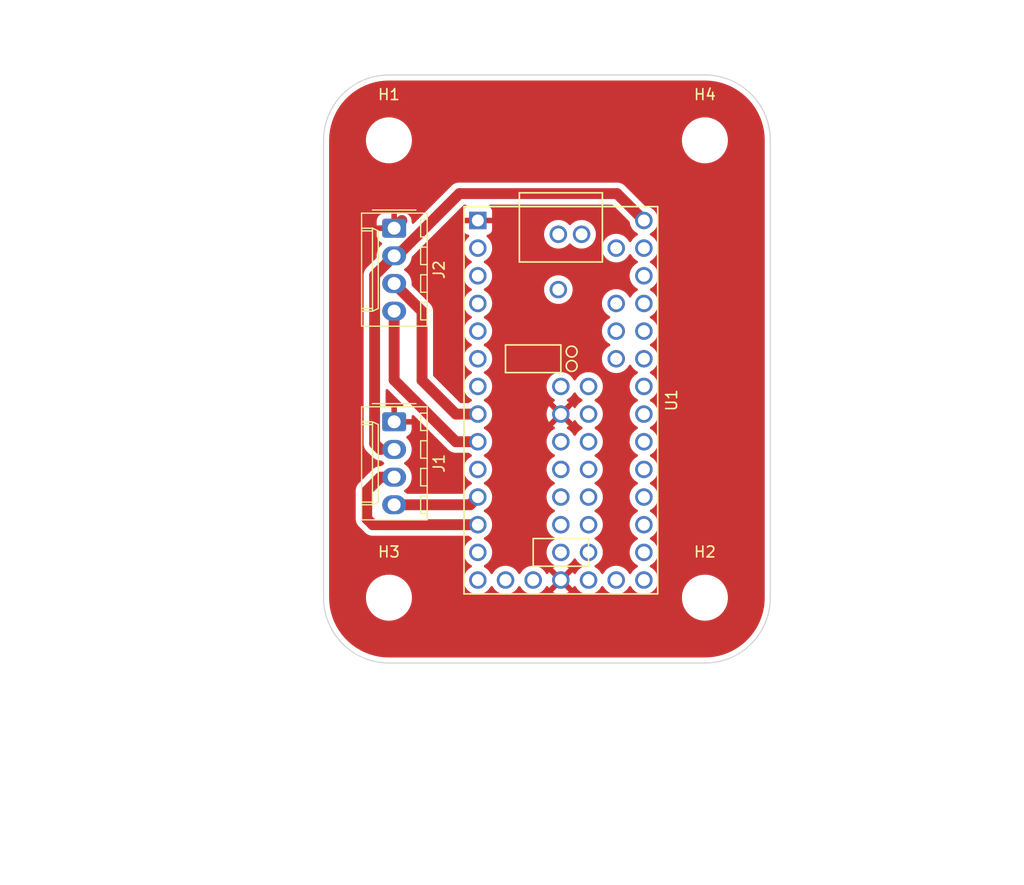
<source format=kicad_pcb>
(kicad_pcb (version 20211014) (generator pcbnew)
  (layers (0 "F.Cu" signal) (31 "B.Cu" signal) (34 "B.Paste" user) (35 "F.Paste" user) (36 "B.SilkS" user "B.Silkscreen") (37 "F.SilkS" user "F.Silkscreen") (38 "B.Mask" user) (39 "F.Mask" user) (44 "Edge.Cuts" user))
  (net 0 "")
  (net 1 "GND")
  (net 2 "+5VP")
  (net 3 "TX2")
  (net 4 "RX2")
  (net 5 "LIDAR_PWM")
  (net 6 "RX3")
  (footprint "MountingHole:MountingHole_3.2mm_M3" (layer "F.Cu") (at 63 44)
    (fp_text reference "H1" (at 0 -4.2) (layer "F.SilkS"))
    (fp_text value "MountingHole")
    (pad "" np_thru_hole circle (at 0 0) (size 3.2 3.2) (drill 3.2) (layers *.Cu *.Mask))
  )
  (footprint "MountingHole:MountingHole_3.2mm_M3" (layer "F.Cu") (at 92 86)
    (fp_text reference "H2" (at 0 -4.2) (layer "F.SilkS"))
    (fp_text value "MountingHole")
    (pad "" np_thru_hole circle (at 0 0) (size 3.2 3.2) (drill 3.2) (layers *.Cu *.Mask))
  )
  (footprint "teensy:Teensy30_31_32_All_Pins" (layer "F.Cu") (at 78.78 67.87 -90)
    (fp_text reference "U1" (at 0 -10.16 -90) (layer "F.SilkS"))
    (fp_text value "Teensy3.2")
    (fp_line (start -5.08 0) (end -2.54 0) (layer "F.SilkS") (width 0.15))
    (fp_line (start -12.7 3.81) (end -12.7 -3.81) (layer "F.SilkS") (width 0.15))
    (fp_line (start 15.24 -2.54) (end 15.24 2.54) (layer "F.SilkS") (width 0.15))
    (fp_line (start -5.08 5.08) (end -5.08 0) (layer "F.SilkS") (width 0.15))
    (fp_line (start -2.54 0) (end -2.54 5.08) (layer "F.SilkS") (width 0.15))
    (fp_line (start 17.78 -8.89) (end 17.78 8.89) (layer "F.SilkS") (width 0.15))
    (fp_line (start 12.7 -2.54) (end 15.24 -2.54) (layer "F.SilkS") (width 0.15))
    (fp_line (start -2.54 5.08) (end -5.08 5.08) (layer "F.SilkS") (width 0.15))
    (fp_line (start -12.7 -3.81) (end -17.78 -3.81) (layer "F.SilkS") (width 0.15))
    (fp_line (start 15.24 2.54) (end 12.7 2.54) (layer "F.SilkS") (width 0.15))
    (fp_line (start -19.05 -3.81) (end -17.78 -3.81) (layer "F.SilkS") (width 0.15))
    (fp_line (start 17.78 8.89) (end -17.78 8.89) (layer "F.SilkS") (width 0.15))
    (fp_line (start -19.05 3.81) (end -19.05 -3.81) (layer "F.SilkS") (width 0.15))
    (fp_line (start -17.78 3.81) (end -19.05 3.81) (layer "F.SilkS") (width 0.15))
    (fp_line (start 12.7 2.54) (end 12.7 -2.54) (layer "F.SilkS") (width 0.15))
    (fp_line (start -17.78 -8.89) (end 17.78 -8.89) (layer "F.SilkS") (width 0.15))
    (fp_line (start -17.78 8.89) (end -17.78 -8.89) (layer "F.SilkS") (width 0.15))
    (fp_line (start -12.7 3.81) (end -17.78 3.81) (layer "F.SilkS") (width 0.15))
    (fp_circle (center -3.15 -0.99) (end -2.65 -0.99) (layer "F.SilkS") (width 0.15) (fill none))
    (fp_circle (center -4.47 -0.99) (end -3.97 -0.99) (layer "F.SilkS") (width 0.15) (fill none))
    (pad "1" thru_hole rect locked (at -16.51 7.62 270) (size 1.6 1.6) (drill 1.1) (layers *.Cu *.Mask) (net 1 "GND"))
    (pad "2" thru_hole circle locked (at -13.97 7.62 270) (size 1.6 1.6) (drill 1.1) (layers *.Cu *.Mask))
    (pad "3" thru_hole circle locked (at -11.43 7.62 270) (size 1.6 1.6) (drill 1.1) (layers *.Cu *.Mask))
    (pad "4" thru_hole circle locked (at -8.89 7.62 270) (size 1.6 1.6) (drill 1.1) (layers *.Cu *.Mask))
    (pad "5" thru_hole circle locked (at -6.35 7.62 270) (size 1.6 1.6) (drill 1.1) (layers *.Cu *.Mask))
    (pad "6" thru_hole circle locked (at -3.81 7.62 270) (size 1.6 1.6) (drill 1.1) (layers *.Cu *.Mask))
    (pad "7" thru_hole circle locked (at -1.27 7.62 270) (size 1.6 1.6) (drill 1.1) (layers *.Cu *.Mask))
    (pad "8" thru_hole circle locked (at 1.27 7.62 270) (size 1.6 1.6) (drill 1.1) (layers *.Cu *.Mask) (net 5 "LIDAR_PWM"))
    (pad "9" thru_hole circle locked (at 3.81 7.62 270) (size 1.6 1.6) (drill 1.1) (layers *.Cu *.Mask) (net 6 "RX3"))
    (pad "10" thru_hole circle locked (at 6.35 7.62 270) (size 1.6 1.6) (drill 1.1) (layers *.Cu *.Mask))
    (pad "11" thru_hole circle locked (at 8.89 7.62 270) (size 1.6 1.6) (drill 1.1) (layers *.Cu *.Mask) (net 4 "RX2"))
    (pad "12" thru_hole circle locked (at 11.43 7.62 270) (size 1.6 1.6) (drill 1.1) (layers *.Cu *.Mask) (net 3 "TX2"))
    (pad "13" thru_hole circle locked (at 13.97 7.62 270) (size 1.6 1.6) (drill 1.1) (layers *.Cu *.Mask))
    (pad "14" thru_hole circle locked (at 16.51 7.62 270) (size 1.6 1.6) (drill 1.1) (layers *.Cu *.Mask))
    (pad "15" thru_hole circle locked (at 16.51 5.08 270) (size 1.6 1.6) (drill 1.1) (layers *.Cu *.Mask))
    (pad "16" thru_hole circle locked (at 16.51 2.54 270) (size 1.6 1.6) (drill 1.1) (layers *.Cu *.Mask))
    (pad "17" thru_hole circle locked (at 16.51 0 270) (size 1.6 1.6) (drill 1.1) (layers *.Cu *.Mask) (net 1 "GND"))
    (pad "18" thru_hole circle locked (at 16.51 -2.54 270) (size 1.6 1.6) (drill 1.1) (layers *.Cu *.Mask))
    (pad "19" thru_hole circle locked (at 16.51 -5.08 270) (size 1.6 1.6) (drill 1.1) (layers *.Cu *.Mask))
    (pad "20" thru_hole circle locked (at 16.51 -7.62 270) (size 1.6 1.6) (drill 1.1) (layers *.Cu *.Mask))
    (pad "21" thru_hole circle locked (at 13.97 -7.62 270) (size 1.6 1.6) (drill 1.1) (layers *.Cu *.Mask))
    (pad "22" thru_hole circle locked (at 11.43 -7.62 270) (size 1.6 1.6) (drill 1.1) (layers *.Cu *.Mask))
    (pad "23" thru_hole circle locked (at 8.89 -7.62 270) (size 1.6 1.6) (drill 1.1) (layers *.Cu *.Mask))
    (pad "24" thru_hole circle locked (at 6.35 -7.62 270) (size 1.6 1.6) (drill 1.1) (layers *.Cu *.Mask))
    (pad "25" thru_hole circle locked (at 3.81 -7.62 270) (size 1.6 1.6) (drill 1.1) (layers *.Cu *.Mask))
    (pad "26" thru_hole circle locked (at 1.27 -7.62 270) (size 1.6 1.6) (drill 1.1) (layers *.Cu *.Mask))
    (pad "27" thru_hole circle locked (at -1.27 -7.62 270) (size 1.6 1.6) (drill 1.1) (layers *.Cu *.Mask))
    (pad "28" thru_hole circle locked (at -3.81 -7.62 270) (size 1.6 1.6) (drill 1.1) (layers *.Cu *.Mask))
    (pad "29" thru_hole circle locked (at -6.35 -7.62 270) (size 1.6 1.6) (drill 1.1) (layers *.Cu *.Mask))
    (pad "30" thru_hole circle locked (at -8.89 -7.62 270) (size 1.6 1.6) (drill 1.1) (layers *.Cu *.Mask))
    (pad "31" thru_hole circle locked (at -11.43 -7.62 270) (size 1.6 1.6) (drill 1.1) (layers *.Cu *.Mask))
    (pad "32" thru_hole circle locked (at -13.97 -7.62 270) (size 1.6 1.6) (drill 1.1) (layers *.Cu *.Mask))
    (pad "33" thru_hole circle locked (at -16.51 -7.62 270) (size 1.6 1.6) (drill 1.1) (layers *.Cu *.Mask) (net 2 "+5VP"))
    (pad "34" thru_hole circle locked (at -13.97 -5.08 270) (size 1.6 1.6) (drill 1.1) (layers *.Cu *.Mask))
    (pad "35" thru_hole circle locked (at -8.89 -5.08 270) (size 1.6 1.6) (drill 1.1) (layers *.Cu *.Mask))
    (pad "36" thru_hole circle locked (at -6.35 -5.08 270) (size 1.6 1.6) (drill 1.1) (layers *.Cu *.Mask))
    (pad "37" thru_hole circle locked (at -3.81 -5.08 270) (size 1.6 1.6) (drill 1.1) (layers *.Cu *.Mask))
    (pad "38" thru_hole circle locked (at -10.16 0.23 270) (size 1.6 1.6) (drill 1.1) (layers *.Cu *.Mask))
    (pad "39" thru_hole circle locked (at -15.24 0.23 270) (size 1.6 1.6) (drill 1.1) (layers *.Cu *.Mask))
    (pad "40" thru_hole circle locked (at -15.24 -1.9 270) (size 1.6 1.6) (drill 1.1) (layers *.Cu *.Mask))
    (pad "41" thru_hole circle locked (at -1.27 -2.54 270) (size 1.6 1.6) (drill 1.1) (layers *.Cu *.Mask))
    (pad "42" thru_hole circle locked (at 1.27 -2.54 270) (size 1.6 1.6) (drill 1.1) (layers *.Cu *.Mask))
    (pad "43" thru_hole circle locked (at 3.81 -2.54 270) (size 1.6 1.6) (drill 1.1) (layers *.Cu *.Mask))
    (pad "44" thru_hole circle locked (at 6.35 -2.54) (size 1.6 1.6) (drill 1.1) (layers *.Cu *.Mask))
    (pad "45" thru_hole circle locked (at 8.89 -2.54 270) (size 1.6 1.6) (drill 1.1) (layers *.Cu *.Mask))
    (pad "46" thru_hole circle locked (at 11.43 -2.54 270) (size 1.6 1.6) (drill 1.1) (layers *.Cu *.Mask))
    (pad "47" thru_hole circle locked (at 13.97 -2.54 270) (size 1.6 1.6) (drill 1.1) (layers *.Cu *.Mask))
    (pad "48" thru_hole circle locked (at 13.97 0 270) (size 1.6 1.6) (drill 1.1) (layers *.Cu *.Mask))
    (pad "49" thru_hole circle locked (at 11.43 0 270) (size 1.6 1.6) (drill 1.1) (layers *.Cu *.Mask))
    (pad "50" thru_hole circle locked (at 8.89 0 270) (size 1.6 1.6) (drill 1.1) (layers *.Cu *.Mask))
    (pad "51" thru_hole circle locked (at 6.35 0 270) (size 1.6 1.6) (drill 1.1) (layers *.Cu *.Mask))
    (pad "52" thru_hole circle locked (at 3.81 0 270) (size 1.6 1.6) (drill 1.1) (layers *.Cu *.Mask))
    (pad "53" thru_hole circle locked (at 1.27 0 270) (size 1.6 1.6) (drill 1.1) (layers *.Cu *.Mask) (net 1 "GND"))
    (pad "54" thru_hole circle locked (at -1.27 0 270) (size 1.6 1.6) (drill 1.1) (layers *.Cu *.Mask))
  )
  (footprint "MountingHole:MountingHole_3.2mm_M3" (layer "F.Cu") (at 63 86)
    (fp_text reference "H3" (at 0 -4.2) (layer "F.SilkS"))
    (fp_text value "MountingHole")
    (pad "" np_thru_hole circle (at 0 0) (size 3.2 3.2) (drill 3.2) (layers *.Cu *.Mask))
  )
  (footprint "MountingHole:MountingHole_3.2mm_M3" (layer "F.Cu") (at 92 44)
    (fp_text reference "H4" (at 0 -4.2) (layer "F.SilkS"))
    (fp_text value "MountingHole")
    (pad "" np_thru_hole circle (at 0 0) (size 3.2 3.2) (drill 3.2) (layers *.Cu *.Mask))
  )
  (footprint "Connector_Molex:Molex_KK-254_AE-6410-04A_1x04_P2.54mm_Vertical" (layer "F.Cu") (at 63.48 69.85 -90)
    (fp_text reference "J1" (at 3.81 -4.12 90) (layer "F.SilkS"))
    (fp_text value "Serial_Strategy")
    (fp_line (start -1.67 -2) (end -1.67 2) (layer "F.SilkS") (width 0.12))
    (fp_line (start -1.38 2.99) (end 9 2.99) (layer "F.SilkS") (width 0.12))
    (fp_line (start 0.8 -2.43) (end 0.8 -3.03) (layer "F.SilkS") (width 0.12))
    (fp_line (start 0 1.99) (end 0.25 1.46) (layer "F.SilkS") (width 0.12))
    (fp_line (start 8.42 -2.43) (end 8.42 -3.03) (layer "F.SilkS") (width 0.12))
    (fp_line (start 0 2.99) (end 0 1.99) (layer "F.SilkS") (width 0.12))
    (fp_line (start 0.25 2.99) (end 0.25 1.99) (layer "F.SilkS") (width 0.12))
    (fp_line (start 6.82 -2.43) (end 8.42 -2.43) (layer "F.SilkS") (width 0.12))
    (fp_line (start -0.8 -3.03) (end -0.8 -2.43) (layer "F.SilkS") (width 0.12))
    (fp_line (start -1.38 -3.03) (end -1.38 2.99) (layer "F.SilkS") (width 0.12))
    (fp_line (start 4.28 -3.03) (end 4.28 -2.43) (layer "F.SilkS") (width 0.12))
    (fp_line (start 1.74 -3.03) (end 1.74 -2.43) (layer "F.SilkS") (width 0.12))
    (fp_line (start 1.74 -2.43) (end 3.34 -2.43) (layer "F.SilkS") (width 0.12))
    (fp_line (start 9 2.99) (end 9 -3.03) (layer "F.SilkS") (width 0.12))
    (fp_line (start 7.62 1.99) (end 7.62 2.99) (layer "F.SilkS") (width 0.12))
    (fp_line (start -0.8 -2.43) (end 0.8 -2.43) (layer "F.SilkS") (width 0.12))
    (fp_line (start 5.88 -2.43) (end 5.88 -3.03) (layer "F.SilkS") (width 0.12))
    (fp_line (start 9 -3.03) (end -1.38 -3.03) (layer "F.SilkS") (width 0.12))
    (fp_line (start 0.25 1.46) (end 7.37 1.46) (layer "F.SilkS") (width 0.12))
    (fp_line (start 3.34 -2.43) (end 3.34 -3.03) (layer "F.SilkS") (width 0.12))
    (fp_line (start 6.82 -3.03) (end 6.82 -2.43) (layer "F.SilkS") (width 0.12))
    (fp_line (start 7.37 2.99) (end 7.37 1.99) (layer "F.SilkS") (width 0.12))
    (fp_line (start 0 1.99) (end 7.62 1.99) (layer "F.SilkS") (width 0.12))
    (fp_line (start 4.28 -2.43) (end 5.88 -2.43) (layer "F.SilkS") (width 0.12))
    (fp_line (start 7.37 1.46) (end 7.62 1.99) (layer "F.SilkS") (width 0.12))
    (pad "1" thru_hole roundrect (at 0 0 270) (size 1.74 2.19) (drill 1.19) (layers *.Cu *.Mask) (roundrect_rratio 0.143678) (net 1 "GND"))
    (pad "2" thru_hole oval (at 2.54 0 270) (size 1.74 2.19) (drill 1.19) (layers *.Cu *.Mask) (net 2 "+5VP"))
    (pad "3" thru_hole oval (at 5.08 0 270) (size 1.74 2.19) (drill 1.19) (layers *.Cu *.Mask) (net 3 "TX2"))
    (pad "4" thru_hole oval (at 7.62 0 270) (size 1.74 2.19) (drill 1.19) (layers *.Cu *.Mask) (net 4 "RX2"))
  )
  (footprint "Connector_Molex:Molex_KK-254_AE-6410-04A_1x04_P2.54mm_Vertical" (layer "F.Cu") (at 63.48 52.07 -90)
    (fp_text reference "J2" (at 3.81 -4.12 90) (layer "F.SilkS"))
    (fp_text value "Serial_Lidar")
    (fp_line (start 0 1.99) (end 7.62 1.99) (layer "F.SilkS") (width 0.12))
    (fp_line (start 4.28 -2.43) (end 5.88 -2.43) (layer "F.SilkS") (width 0.12))
    (fp_line (start 4.28 -3.03) (end 4.28 -2.43) (layer "F.SilkS") (width 0.12))
    (fp_line (start 9 2.99) (end 9 -3.03) (layer "F.SilkS") (width 0.12))
    (fp_line (start 7.62 1.99) (end 7.62 2.99) (layer "F.SilkS") (width 0.12))
    (fp_line (start 8.42 -2.43) (end 8.42 -3.03) (layer "F.SilkS") (width 0.12))
    (fp_line (start 3.34 -2.43) (end 3.34 -3.03) (layer "F.SilkS") (width 0.12))
    (fp_line (start -1.38 -3.03) (end -1.38 2.99) (layer "F.SilkS") (width 0.12))
    (fp_line (start 6.82 -3.03) (end 6.82 -2.43) (layer "F.SilkS") (width 0.12))
    (fp_line (start 1.74 -2.43) (end 3.34 -2.43) (layer "F.SilkS") (width 0.12))
    (fp_line (start 0.25 1.46) (end 7.37 1.46) (layer "F.SilkS") (width 0.12))
    (fp_line (start 0.8 -2.43) (end 0.8 -3.03) (layer "F.SilkS") (width 0.12))
    (fp_line (start 0 1.99) (end 0.25 1.46) (layer "F.SilkS") (width 0.12))
    (fp_line (start 5.88 -2.43) (end 5.88 -3.03) (layer "F.SilkS") (width 0.12))
    (fp_line (start 7.37 1.46) (end 7.62 1.99) (layer "F.SilkS") (width 0.12))
    (fp_line (start 0.25 2.99) (end 0.25 1.99) (layer "F.SilkS") (width 0.12))
    (fp_line (start 6.82 -2.43) (end 8.42 -2.43) (layer "F.SilkS") (width 0.12))
    (fp_line (start -0.8 -3.03) (end -0.8 -2.43) (layer "F.SilkS") (width 0.12))
    (fp_line (start 0 2.99) (end 0 1.99) (layer "F.SilkS") (width 0.12))
    (fp_line (start -1.67 -2) (end -1.67 2) (layer "F.SilkS") (width 0.12))
    (fp_line (start 1.74 -3.03) (end 1.74 -2.43) (layer "F.SilkS") (width 0.12))
    (fp_line (start -0.8 -2.43) (end 0.8 -2.43) (layer "F.SilkS") (width 0.12))
    (fp_line (start 7.37 2.99) (end 7.37 1.99) (layer "F.SilkS") (width 0.12))
    (fp_line (start -1.38 2.99) (end 9 2.99) (layer "F.SilkS") (width 0.12))
    (fp_line (start 9 -3.03) (end -1.38 -3.03) (layer "F.SilkS") (width 0.12))
    (pad "1" thru_hole roundrect (at 0 0 270) (size 1.74 2.19) (drill 1.19) (layers *.Cu *.Mask) (roundrect_rratio 0.143678) (net 1 "GND"))
    (pad "2" thru_hole oval (at 2.54 0 270) (size 1.74 2.19) (drill 1.19) (layers *.Cu *.Mask) (net 2 "+5VP"))
    (pad "3" thru_hole oval (at 5.08 0 270) (size 1.74 2.19) (drill 1.19) (layers *.Cu *.Mask) (net 5 "LIDAR_PWM"))
    (pad "4" thru_hole oval (at 7.62 0 270) (size 1.74 2.19) (drill 1.19) (layers *.Cu *.Mask) (net 6 "RX3"))
  )
  (gr_line (start 57 44) (end 57 86) (layer "Edge.Cuts") (width 0.1))
  (gr_arc (start 63 92) (mid 58.757359 90.242641) (end 57 86) (layer "Edge.Cuts") (width 0.1))
  (gr_arc (start 98 86) (mid 96.242641 90.242641) (end 92 92) (layer "Edge.Cuts") (width 0.1))
  (gr_arc (start 92 38) (mid 96.242641 39.757359) (end 98 44) (layer "Edge.Cuts") (width 0.1))
  (gr_line (start 98 86) (end 98 44) (layer "Edge.Cuts") (width 0.1))
  (gr_line (start 92 92) (end 63 92) (layer "Edge.Cuts") (width 0.1))
  (gr_arc (start 57 44) (mid 58.757359 39.757359) (end 63 38) (layer "Edge.Cuts") (width 0.1))
  (gr_line (start 92 38) (end 63 38) (layer "Edge.Cuts") (width 0.1))
  (segment (start 63.48 52.07) (end 64.19 51.36) (width 1) (layer "F.Cu") (net 1))
  (segment (start 69.462824 48.895) (end 83.935 48.895) (width 1) (layer "F.Cu") (net 2))
  (segment (start 63.48 54.61) (end 63.747824 54.61) (width 1) (layer "F.Cu") (net 2))
  (segment (start 63.48 54.61) (end 61.68548 56.40452) (width 1) (layer "F.Cu") (net 2))
  (segment (start 61.68548 56.40452) (end 61.68548 71.84548) (width 1) (layer "F.Cu") (net 2))
  (segment (start 83.935 48.895) (end 86.4 51.36) (width 1) (layer "F.Cu") (net 2))
  (segment (start 61.68548 71.84548) (end 62.23 72.39) (width 1) (layer "F.Cu") (net 2))
  (segment (start 63.747824 54.61) (end 69.462824 48.895) (width 1) (layer "F.Cu") (net 2))
  (segment (start 63.48 72.39) (end 63.212176 72.39) (width 1) (layer "F.Cu") (net 2))
  (segment (start 61.52 79.3) (end 71.16 79.3) (width 1) (layer "F.Cu") (net 3))
  (segment (start 63.48 74.93) (end 62.23 74.93) (width 1) (layer "F.Cu") (net 3))
  (segment (start 60.96 78.74) (end 61.52 79.3) (width 1) (layer "F.Cu") (net 3))
  (segment (start 60.96 76.2) (end 60.96 78.74) (width 1) (layer "F.Cu") (net 3))
  (segment (start 62.23 74.93) (end 60.96 76.2) (width 1) (layer "F.Cu") (net 3))
  (segment (start 70.45 77.47) (end 71.16 76.76) (width 1) (layer "F.Cu") (net 4))
  (segment (start 63.48 77.47) (end 70.45 77.47) (width 1) (layer "F.Cu") (net 4))
  (segment (start 69.14 69.14) (end 71.16 69.14) (width 1) (layer "F.Cu") (net 5))
  (segment (start 66.04 59.71) (end 66.04 66.04) (width 1) (layer "F.Cu") (net 5))
  (segment (start 63.48 57.15) (end 66.04 59.71) (width 1) (layer "F.Cu") (net 5))
  (segment (start 66.04 66.04) (end 69.14 69.14) (width 1) (layer "F.Cu") (net 5))
  (segment (start 63.48 59.69) (end 63.48 66.02) (width 1) (layer "F.Cu") (net 6))
  (segment (start 69.14 71.68) (end 71.16 71.68) (width 1) (layer "F.Cu") (net 6))
  (segment (start 63.48 66.02) (end 69.14 71.68) (width 1) (layer "F.Cu") (net 6))
  (zone (net 1) (net_name "GND") (layer "F.Cu") (connect_pads (clearance 0.508)) (min_thickness 0.254) (fill yes (thermal_gap 0.508) (thermal_bridge_width 0.508))
    (polygon (pts (xy 121.285 112.395) (xy 27.305 112.395) (xy 27.305 31.115) (xy 121.285 31.115)))
  )
)
</source>
